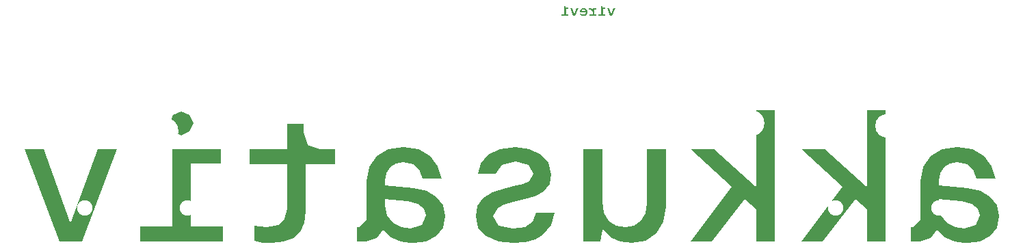
<source format=gbr>
%TF.GenerationSoftware,KiCad,Pcbnew,(6.0.9-0)*%
%TF.CreationDate,2024-08-25T20:51:05+02:00*%
%TF.ProjectId,preamp-test-jacks-board,70726561-6d70-42d7-9465-73742d6a6163,rev?*%
%TF.SameCoordinates,Original*%
%TF.FileFunction,Legend,Bot*%
%TF.FilePolarity,Positive*%
%FSLAX46Y46*%
G04 Gerber Fmt 4.6, Leading zero omitted, Abs format (unit mm)*
G04 Created by KiCad (PCBNEW (6.0.9-0)) date 2024-08-25 20:51:05*
%MOMM*%
%LPD*%
G01*
G04 APERTURE LIST*
%ADD10C,1.900000*%
%ADD11C,1.600000*%
%ADD12C,3.400000*%
%ADD13C,2.900000*%
%ADD14R,4.600000X2.000000*%
%ADD15O,4.200000X2.000000*%
%ADD16O,2.000000X4.200000*%
%ADD17C,3.200000*%
G04 APERTURE END LIST*
%TO.C,kibuzzard-66CA4D8D*%
G36*
X102188845Y-61568142D02*
G01*
X103623310Y-62245370D01*
X104583430Y-63322648D01*
X104903470Y-64748540D01*
X104674870Y-65951548D01*
X103989070Y-66817370D01*
X102851785Y-67437448D01*
X101268730Y-67903220D01*
X100194310Y-68131820D01*
X99037023Y-68460432D01*
X98262640Y-68851910D01*
X97679710Y-69914900D01*
X98388370Y-71069330D01*
X100171450Y-71446520D01*
X101657350Y-71225540D01*
X102609850Y-70562600D01*
X103028950Y-69457700D01*
X105292090Y-69457700D01*
X104889183Y-71015038D01*
X103909060Y-72212330D01*
X102929890Y-72777480D01*
X101684020Y-73116570D01*
X100171450Y-73229600D01*
X98348365Y-73015288D01*
X96856750Y-72372350D01*
X95862340Y-71317933D01*
X95530870Y-69869180D01*
X95762328Y-68620453D01*
X96456700Y-67663190D01*
X97625418Y-66945958D01*
X99279910Y-66417320D01*
X100240030Y-66188720D01*
X101405890Y-65891540D01*
X102160270Y-65594360D01*
X102708910Y-64634240D01*
X102068830Y-63514100D01*
X100445770Y-63125480D01*
X98811280Y-63559820D01*
X98068330Y-64679960D01*
X95805190Y-64679960D01*
X96173808Y-63391227D01*
X97096780Y-62313950D01*
X98534102Y-61585288D01*
X100445770Y-61342400D01*
X102188845Y-61568142D01*
G37*
G36*
X60132160Y-57353330D02*
G01*
X60577930Y-58393460D01*
X60132160Y-59433590D01*
X59069170Y-59879360D01*
X58040470Y-59433590D01*
X57606130Y-58393460D01*
X58040470Y-57353330D01*
X59069170Y-56930420D01*
X60132160Y-57353330D01*
G37*
G36*
X153613050Y-72498080D02*
G01*
X152612290Y-71583680D01*
X151886485Y-72646670D01*
X150486310Y-73001000D01*
X149457610Y-73001000D01*
X149457610Y-71217920D01*
X149731930Y-71217920D01*
X150600610Y-70303520D01*
X150600610Y-67766060D01*
X152932330Y-67766060D01*
X152932330Y-68611880D01*
X153169503Y-69846320D01*
X153881020Y-70715000D01*
X154901148Y-71229350D01*
X156064150Y-71400800D01*
X157470040Y-71012180D01*
X158007250Y-69823460D01*
X157745630Y-68934460D01*
X156960770Y-68340100D01*
X155652670Y-68040380D01*
X152932330Y-67766060D01*
X150600610Y-67766060D01*
X150600610Y-65617220D01*
X150917793Y-63796992D01*
X151869340Y-62451110D01*
X153329523Y-61619577D01*
X155172610Y-61342400D01*
X157027128Y-61613862D01*
X158475880Y-62428250D01*
X159450288Y-63676977D01*
X159881770Y-65251460D01*
X157572910Y-65251460D01*
X157138570Y-64121160D01*
X156353710Y-63442980D01*
X155218330Y-63216920D01*
X154261068Y-63368368D01*
X153538120Y-63822710D01*
X153083778Y-64551372D01*
X152932330Y-65525780D01*
X152932330Y-66074420D01*
X156429910Y-66440180D01*
X158018680Y-66783080D01*
X159264550Y-67491740D01*
X160070365Y-68549015D01*
X160338970Y-69937760D01*
X160067508Y-71363653D01*
X159253120Y-72395210D01*
X157998678Y-73021003D01*
X156407050Y-73229600D01*
X156064150Y-73188589D01*
X154877970Y-73046720D01*
X153613050Y-72498080D01*
G37*
G36*
X45307450Y-70577840D02*
G01*
X45467470Y-70577840D01*
X48759310Y-61571000D01*
X51159610Y-61571000D01*
X46816210Y-73001000D01*
X43981570Y-73001000D01*
X39661030Y-61571000D01*
X42038470Y-61571000D01*
X45307450Y-70577840D01*
G37*
G36*
X111235690Y-68131820D02*
G01*
X111435715Y-69491990D01*
X112035790Y-70463540D01*
X112950190Y-71046470D01*
X114093190Y-71240780D01*
X115153323Y-71057900D01*
X116002000Y-70509260D01*
X116559213Y-69594860D01*
X116744950Y-68314700D01*
X116744950Y-61571000D01*
X119076670Y-61571000D01*
X119076670Y-68726180D01*
X118788063Y-70617845D01*
X117922240Y-72040880D01*
X116576358Y-72932420D01*
X114847570Y-73229600D01*
X113437870Y-73046720D01*
X112287250Y-72498080D01*
X111395710Y-71583680D01*
X111235690Y-71583680D01*
X111007090Y-73001000D01*
X108903970Y-73001000D01*
X108903970Y-61571000D01*
X111235690Y-61571000D01*
X111235690Y-68131820D01*
G37*
G36*
X64006930Y-63376940D02*
G01*
X60257890Y-63376940D01*
X60257890Y-71195060D01*
X64235530Y-71195060D01*
X64235530Y-73001000D01*
X53994250Y-73001000D01*
X53994250Y-71195060D01*
X57949030Y-71195060D01*
X57949030Y-61571000D01*
X64006930Y-61571000D01*
X64006930Y-63376940D01*
G37*
G36*
X132586930Y-73001000D02*
G01*
X130255210Y-73001000D01*
X130255210Y-69069080D01*
X128860750Y-67766060D01*
X124791670Y-73001000D01*
X122185630Y-73001000D01*
X127237690Y-66257300D01*
X122185630Y-61571000D01*
X125020270Y-61571000D01*
X130095190Y-66211580D01*
X130255210Y-66211580D01*
X130255210Y-56770400D01*
X132586930Y-56770400D01*
X132586930Y-73001000D01*
G37*
G36*
X85033050Y-72498080D02*
G01*
X84032290Y-71583680D01*
X83306485Y-72646670D01*
X81906310Y-73001000D01*
X80877610Y-73001000D01*
X80877610Y-71217920D01*
X81151930Y-71217920D01*
X82020610Y-70303520D01*
X82020610Y-67766060D01*
X84352330Y-67766060D01*
X84352330Y-68611880D01*
X84589503Y-69846320D01*
X85301020Y-70715000D01*
X86321148Y-71229350D01*
X87484150Y-71400800D01*
X88890040Y-71012180D01*
X89427250Y-69823460D01*
X89165630Y-68934460D01*
X88380770Y-68340100D01*
X87072670Y-68040380D01*
X84352330Y-67766060D01*
X82020610Y-67766060D01*
X82020610Y-65617220D01*
X82337793Y-63796992D01*
X83289340Y-62451110D01*
X84749523Y-61619577D01*
X86592610Y-61342400D01*
X88447128Y-61613862D01*
X89895880Y-62428250D01*
X90870288Y-63676977D01*
X91301770Y-65251460D01*
X88992910Y-65251460D01*
X88558570Y-64121160D01*
X87773710Y-63442980D01*
X86638330Y-63216920D01*
X85681067Y-63368368D01*
X84958120Y-63822710D01*
X84503778Y-64551372D01*
X84352330Y-65525780D01*
X84352330Y-66074420D01*
X87849910Y-66440180D01*
X89438680Y-66783080D01*
X90684550Y-67491740D01*
X91490365Y-68549015D01*
X91758970Y-69937760D01*
X91487508Y-71363653D01*
X90673120Y-72395210D01*
X89418678Y-73021003D01*
X87827050Y-73229600D01*
X87484150Y-73188589D01*
X86297970Y-73046720D01*
X85033050Y-72498080D01*
G37*
G36*
X74271070Y-59513600D02*
G01*
X74716840Y-61113800D01*
X76259890Y-61571000D01*
X78134410Y-61571000D01*
X78134410Y-63445520D01*
X74499670Y-63445520D01*
X74499670Y-69343400D01*
X74328677Y-70742432D01*
X73815699Y-71830568D01*
X72960735Y-72607808D01*
X71763785Y-73074152D01*
X70224850Y-73229600D01*
X69184720Y-73166735D01*
X68167450Y-72978140D01*
X68167450Y-71103620D01*
X69676210Y-71286500D01*
X71060510Y-71027420D01*
X71891090Y-70250180D01*
X72167950Y-68954780D01*
X72167950Y-63445520D01*
X67527370Y-63445520D01*
X67527370Y-61571000D01*
X72167950Y-61571000D01*
X72167950Y-58462040D01*
X74271070Y-58462040D01*
X74271070Y-59513600D01*
G37*
G36*
X146302930Y-73001000D02*
G01*
X143971210Y-73001000D01*
X143971210Y-69069080D01*
X142576750Y-67766060D01*
X138507670Y-73001000D01*
X135901630Y-73001000D01*
X140953690Y-66257300D01*
X135901630Y-61571000D01*
X138736270Y-61571000D01*
X143811190Y-66211580D01*
X143971210Y-66211580D01*
X143971210Y-56770400D01*
X146302930Y-56770400D01*
X146302930Y-73001000D01*
G37*
%TO.C,kibuzzard-66CB7C17*%
G36*
X106684410Y-43943740D02*
G01*
X106703460Y-44029465D01*
X106760610Y-44080900D01*
X106855860Y-44098045D01*
X106993020Y-44098045D01*
X106993020Y-44256160D01*
X106705365Y-44256160D01*
X106705365Y-44938150D01*
X107025405Y-44938150D01*
X107025405Y-45100075D01*
X106194825Y-45100075D01*
X106194825Y-44938150D01*
X106505340Y-44938150D01*
X106505340Y-43880875D01*
X106684410Y-43880875D01*
X106684410Y-43943740D01*
G37*
G36*
X108457965Y-44610490D02*
G01*
X108465012Y-44536195D01*
X108644655Y-44536195D01*
X109160910Y-44536195D01*
X109130906Y-44438326D01*
X109071375Y-44358078D01*
X108988984Y-44304499D01*
X108890400Y-44286640D01*
X108792054Y-44304023D01*
X108714187Y-44356173D01*
X108662991Y-44435944D01*
X108644655Y-44536195D01*
X108465012Y-44536195D01*
X108471617Y-44466557D01*
X108512575Y-44347177D01*
X108580838Y-44252350D01*
X108669843Y-44183558D01*
X108773031Y-44142283D01*
X108890400Y-44128525D01*
X109014013Y-44143871D01*
X109123233Y-44189908D01*
X109218060Y-44266638D01*
X109291085Y-44368767D01*
X109334900Y-44491004D01*
X109349505Y-44633350D01*
X109334900Y-44768923D01*
X109291085Y-44886080D01*
X109218060Y-44984823D01*
X109122175Y-45059435D01*
X109009780Y-45104203D01*
X108880875Y-45119125D01*
X108728475Y-45098884D01*
X108602745Y-45038163D01*
X108510829Y-44941722D01*
X108459870Y-44814325D01*
X108646560Y-44814325D01*
X108692915Y-44895817D01*
X108771020Y-44944712D01*
X108880875Y-44961010D01*
X108991365Y-44941246D01*
X109078995Y-44881953D01*
X109138050Y-44790274D01*
X109162815Y-44673355D01*
X108461775Y-44673355D01*
X108457965Y-44610490D01*
G37*
G36*
X112317495Y-44898145D02*
G01*
X112330830Y-44898145D01*
X112605150Y-44147575D01*
X112805175Y-44147575D01*
X112443225Y-45100075D01*
X112207005Y-45100075D01*
X111846960Y-44147575D01*
X112045080Y-44147575D01*
X112317495Y-44898145D01*
G37*
G36*
X109771939Y-44139479D02*
G01*
X109869570Y-44172340D01*
X109942436Y-44227585D01*
X110001015Y-44305690D01*
X110014350Y-44305690D01*
X110033400Y-44147575D01*
X110475360Y-44147575D01*
X110475360Y-44294260D01*
X110206755Y-44294260D01*
X110206755Y-44953390D01*
X110484885Y-44953390D01*
X110484885Y-45100075D01*
X109652400Y-45100075D01*
X109652400Y-44953390D01*
X110012445Y-44953390D01*
X110012445Y-44623825D01*
X109989823Y-44496190D01*
X109921958Y-44399035D01*
X109815516Y-44337599D01*
X109677165Y-44317120D01*
X109566675Y-44322835D01*
X109566675Y-44128525D01*
X109639065Y-44128525D01*
X109771939Y-44139479D01*
G37*
G36*
X111256410Y-43943740D02*
G01*
X111275460Y-44029465D01*
X111332610Y-44080900D01*
X111427860Y-44098045D01*
X111565020Y-44098045D01*
X111565020Y-44256160D01*
X111277365Y-44256160D01*
X111277365Y-44938150D01*
X111597405Y-44938150D01*
X111597405Y-45100075D01*
X110766825Y-45100075D01*
X110766825Y-44938150D01*
X111077340Y-44938150D01*
X111077340Y-43880875D01*
X111256410Y-43880875D01*
X111256410Y-43943740D01*
G37*
G36*
X107745495Y-44898145D02*
G01*
X107758830Y-44898145D01*
X108033150Y-44147575D01*
X108233175Y-44147575D01*
X107871225Y-45100075D01*
X107635005Y-45100075D01*
X107274960Y-44147575D01*
X107473080Y-44147575D01*
X107745495Y-44898145D01*
G37*
%TD*%
%LPC*%
D10*
%TO.C,J8*%
X59870000Y-68900000D03*
X47130000Y-68900000D03*
%TD*%
D11*
%TO.C,J4*%
X57060000Y-50500000D03*
X49440000Y-45420000D03*
D12*
X57060000Y-59390000D03*
X49440000Y-59390000D03*
D13*
X53250000Y-59390000D03*
X53250000Y-54310000D03*
%TD*%
D14*
%TO.C,J1*%
X109600000Y-53350000D03*
D15*
X109600000Y-47050000D03*
D16*
X104800000Y-50450000D03*
%TD*%
D10*
%TO.C,J7*%
X140130000Y-68900000D03*
X152870000Y-68900000D03*
%TD*%
D17*
%TO.C,J6*%
X70500000Y-52000000D03*
X81600000Y-52000000D03*
X70500000Y-45700000D03*
X81600000Y-45700000D03*
X70500000Y-58350000D03*
X81600000Y-58350000D03*
%TD*%
%TO.C,J5*%
X118600000Y-52000000D03*
X129700000Y-52000000D03*
X129700000Y-45700000D03*
X118600000Y-45700000D03*
X118600000Y-58350000D03*
X129700000Y-58350000D03*
%TD*%
D11*
%TO.C,J2*%
X142640000Y-45410000D03*
X150260000Y-50490000D03*
D12*
X142640000Y-54300000D03*
X150260000Y-54935000D03*
D13*
X146450000Y-58750000D03*
%TD*%
D17*
%TO.C,J3*%
X88300000Y-52000000D03*
X99400000Y-52000000D03*
X88300000Y-45700000D03*
X99400000Y-45700000D03*
X88300000Y-58350000D03*
X99400000Y-58350000D03*
%TD*%
M02*

</source>
